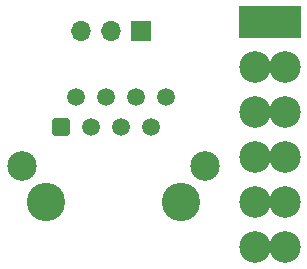
<source format=gbr>
%TF.GenerationSoftware,KiCad,Pcbnew,7.0.5-0*%
%TF.CreationDate,2023-10-13T18:20:27+02:00*%
%TF.ProjectId,rj45-stepper-adapter,726a3435-2d73-4746-9570-7065722d6164,rev?*%
%TF.SameCoordinates,Original*%
%TF.FileFunction,Soldermask,Top*%
%TF.FilePolarity,Negative*%
%FSLAX46Y46*%
G04 Gerber Fmt 4.6, Leading zero omitted, Abs format (unit mm)*
G04 Created by KiCad (PCBNEW 7.0.5-0) date 2023-10-13 18:20:27*
%MOMM*%
%LPD*%
G01*
G04 APERTURE LIST*
G04 Aperture macros list*
%AMRoundRect*
0 Rectangle with rounded corners*
0 $1 Rounding radius*
0 $2 $3 $4 $5 $6 $7 $8 $9 X,Y pos of 4 corners*
0 Add a 4 corners polygon primitive as box body*
4,1,4,$2,$3,$4,$5,$6,$7,$8,$9,$2,$3,0*
0 Add four circle primitives for the rounded corners*
1,1,$1+$1,$2,$3*
1,1,$1+$1,$4,$5*
1,1,$1+$1,$6,$7*
1,1,$1+$1,$8,$9*
0 Add four rect primitives between the rounded corners*
20,1,$1+$1,$2,$3,$4,$5,0*
20,1,$1+$1,$4,$5,$6,$7,0*
20,1,$1+$1,$6,$7,$8,$9,0*
20,1,$1+$1,$8,$9,$2,$3,0*%
G04 Aperture macros list end*
%ADD10R,1.700000X1.700000*%
%ADD11O,1.700000X1.700000*%
%ADD12C,3.250000*%
%ADD13RoundRect,0.250500X-0.499500X-0.499500X0.499500X-0.499500X0.499500X0.499500X-0.499500X0.499500X0*%
%ADD14C,1.500000*%
%ADD15C,2.500000*%
%ADD16R,2.670000X2.670000*%
%ADD17C,2.670000*%
G04 APERTURE END LIST*
D10*
%TO.C,J2*%
X152908000Y-98552000D03*
D11*
X150368000Y-98552000D03*
X147828000Y-98552000D03*
%TD*%
D12*
%TO.C,J3*%
X144907000Y-113071500D03*
X156337000Y-113071500D03*
D13*
X146182000Y-106711500D03*
D14*
X147442000Y-104171500D03*
X148722000Y-106711500D03*
X149982000Y-104171500D03*
X151262000Y-106711500D03*
X152522000Y-104171500D03*
X153802000Y-106711500D03*
X155062000Y-104171500D03*
D15*
X142877000Y-110021500D03*
X158367000Y-110021500D03*
%TD*%
D16*
%TO.C,J6*%
X165100000Y-97790000D03*
X162560000Y-97790000D03*
D17*
X165100000Y-101600000D03*
X162560000Y-101600000D03*
X165100000Y-105410000D03*
X162560000Y-105410000D03*
X165100000Y-109220000D03*
X162560000Y-109220000D03*
X165100000Y-113030000D03*
X162560000Y-113030000D03*
X165100000Y-116840000D03*
X162560000Y-116840000D03*
%TD*%
M02*

</source>
